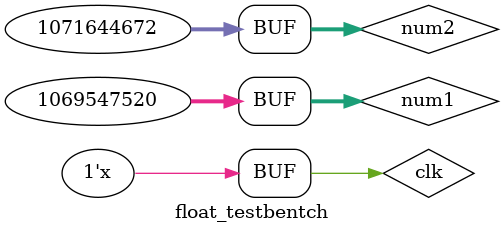
<source format=v>
`timescale 1ns / 1ps


module float_testbentch();

reg clk;
reg [31:0] num1, num2, ans;
reg ans_valid;

initial begin
    clk <= 1'b0;
    num1 <= 0;
    num2 <= 0;
    num1 <= 32'h3FC0_0000;  // 1.1 x 2^0
    num2 <= 32'h3FE0_0000;  // 1.11 x 2^0
end

always #2 clk <= ~clk;

FADD fadd (
  .aclk(clk),                                  // input wire aclk
  .s_axis_a_tvalid(32'b1),            // input wire s_axis_a_tvalid
  .s_axis_a_tdata(num1),              // input wire [31 : 0] s_axis_a_tdata

  .s_axis_b_tvalid(32'b1),            // input wire s_axis_b_tvalid
  .s_axis_b_tdata(num1),              // input wire [31 : 0] s_axis_b_tdata

  .m_axis_result_tvalid(ans_valid),  // output wire m_axis_result_tvalid
  .m_axis_result_tdata(ans)    // output wire [31 : 0] m_axis_result_tdata
);
endmodule

</source>
